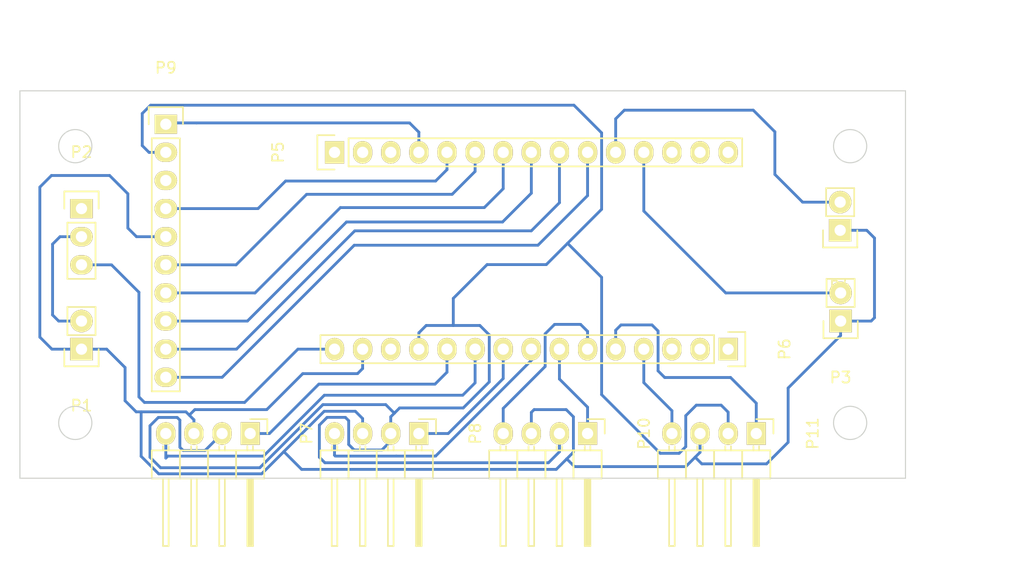
<source format=kicad_pcb>
(kicad_pcb (version 20221018) (generator pcbnew)
  (layers (0 "F.Cu" signal) (1 "In1.Cu" jumper "Arduino_CU") (2 "In2.Cu" signal "no") (31 "B.Cu" signal) (34 "B.Paste" user) (35 "F.Paste" user) (36 "B.SilkS" user "B.Silkscreen") (37 "F.SilkS" user "F.Silkscreen") (38 "B.Mask" user) (39 "F.Mask" user) (44 "Edge.Cuts" user))
  (net 0 "")
  (net 1 "GND")
  (net 2 "/BATT_9V")
  (net 3 "Net-(P2-Pad1)")
  (net 4 "/VIN")
  (net 5 "/BT1")
  (net 6 "/BT0")
  (net 7 "/TX")
  (net 8 "/RX")
  (net 9 "/RESET")
  (net 10 "/RS")
  (net 11 "/ENABLE")
  (net 12 "/D4")
  (net 13 "/D5")
  (net 14 "/D6")
  (net 15 "/D7")
  (net 16 "Net-(P5-Pad13)")
  (net 17 "Net-(P5-Pad14)")
  (net 18 "Net-(P5-Pad15)")
  (net 19 "Net-(P6-Pad1)")
  (net 20 "/3V3")
  (net 21 "/AREF")
  (net 22 "/SDA0")
  (net 23 "/SCL0")
  (net 24 "/SDA1")
  (net 25 "/SCL1")
  (net 26 "/SDA2")
  (net 27 "/SCL2")
  (net 28 "/SDA3")
  (net 29 "/SCL3")
  (net 30 "/VCC")
  (net 31 "/Vo")
  (footprint "Pin_Headers:Pin_Header_Straight_1x02" (layer "F.Cu") (at 35.56 53.34 180)
    (fp_text reference "P1" (at 0 -5.1 180) (layer "F.SilkS"))
    (fp_text value "CONN_01X02")
    (fp_line (start -1.55 -1.55) (end 1.55 -1.55) (stroke (width 0.15)) (layer "F.SilkS"))
    (fp_line (start -1.55 0) (end -1.55 -1.55) (stroke (width 0.15)) (layer "F.SilkS"))
    (fp_line (start -1.27 1.27) (end -1.27 3.81) (stroke (width 0.15)) (layer "F.SilkS"))
    (fp_line (start -1.27 3.81) (end 1.27 3.81) (stroke (width 0.15)) (layer "F.SilkS"))
    (fp_line (start 1.27 1.27) (end -1.27 1.27) (stroke (width 0.15)) (layer "F.SilkS"))
    (fp_line (start 1.27 1.27) (end 1.27 3.81) (stroke (width 0.15)) (layer "F.SilkS"))
    (fp_line (start 1.55 -1.55) (end 1.55 0) (stroke (width 0.15)) (layer "F.SilkS"))
    (pad "1" thru_hole rect (at 0 0 180) (size 2.032 2.032) (drill 1.016) (layers "*.Cu" "*.Mask" "F.SilkS") (net 1 "GND"))
    (pad "2" thru_hole oval (at 0 2.54 180) (size 2.032 2.032) (drill 1.016) (layers "*.Cu" "*.Mask" "F.SilkS") (net 2 "/BATT_9V"))
  )
  (footprint "Pin_Headers:Pin_Header_Straight_1x03" (layer "F.Cu") (at 35.56 40.64)
    (fp_text reference "P2" (at 0 -5.1) (layer "F.SilkS"))
    (fp_text value "CONN_01X03")
    (fp_line (start -1.55 -1.55) (end 1.55 -1.55) (stroke (width 0.15)) (layer "F.SilkS"))
    (fp_line (start -1.55 0) (end -1.55 -1.55) (stroke (width 0.15)) (layer "F.SilkS"))
    (fp_line (start -1.27 1.27) (end -1.27 6.35) (stroke (width 0.15)) (layer "F.SilkS"))
    (fp_line (start -1.27 6.35) (end 1.27 6.35) (stroke (width 0.15)) (layer "F.SilkS"))
    (fp_line (start 1.27 1.27) (end -1.27 1.27) (stroke (width 0.15)) (layer "F.SilkS"))
    (fp_line (start 1.27 6.35) (end 1.27 1.27) (stroke (width 0.15)) (layer "F.SilkS"))
    (fp_line (start 1.55 -1.55) (end 1.55 0) (stroke (width 0.15)) (layer "F.SilkS"))
    (pad "1" thru_hole rect (at 0 0) (size 2.032 1.7272) (drill 1.016) (layers "*.Cu" "*.Mask" "F.SilkS") (net 3 "Net-(P2-Pad1)"))
    (pad "2" thru_hole oval (at 0 2.54) (size 2.032 1.7272) (drill 1.016) (layers "*.Cu" "*.Mask" "F.SilkS") (net 2 "/BATT_9V"))
    (pad "3" thru_hole oval (at 0 5.08) (size 2.032 1.7272) (drill 1.016) (layers "*.Cu" "*.Mask" "F.SilkS") (net 4 "/VIN"))
  )
  (footprint "Pin_Headers:Pin_Header_Straight_1x02" (layer "F.Cu") (at 104.14 50.8 180)
    (fp_text reference "P3" (at 0 -5.1 180) (layer "F.SilkS"))
    (fp_text value "CONN_01X02")
    (fp_line (start -1.55 -1.55) (end 1.55 -1.55) (stroke (width 0.15)) (layer "F.SilkS"))
    (fp_line (start -1.55 0) (end -1.55 -1.55) (stroke (width 0.15)) (layer "F.SilkS"))
    (fp_line (start -1.27 1.27) (end -1.27 3.81) (stroke (width 0.15)) (layer "F.SilkS"))
    (fp_line (start -1.27 3.81) (end 1.27 3.81) (stroke (width 0.15)) (layer "F.SilkS"))
    (fp_line (start 1.27 1.27) (end -1.27 1.27) (stroke (width 0.15)) (layer "F.SilkS"))
    (fp_line (start 1.27 1.27) (end 1.27 3.81) (stroke (width 0.15)) (layer "F.SilkS"))
    (fp_line (start 1.55 -1.55) (end 1.55 0) (stroke (width 0.15)) (layer "F.SilkS"))
    (pad "1" thru_hole rect (at 0 0 180) (size 2.032 2.032) (drill 1.016) (layers "*.Cu" "*.Mask" "F.SilkS") (net 1 "GND"))
    (pad "2" thru_hole oval (at 0 2.54 180) (size 2.032 2.032) (drill 1.016) (layers "*.Cu" "*.Mask" "F.SilkS") (net 5 "/BT1"))
  )
  (footprint "Pin_Headers:Pin_Header_Straight_1x02" (layer "F.Cu") (at 104.1 42.6 180)
    (fp_text reference "P4" (at 0 -5.1 180) (layer "F.SilkS"))
    (fp_text value "CONN_01X02")
    (fp_line (start -1.55 -1.55) (end 1.55 -1.55) (stroke (width 0.15)) (layer "F.SilkS"))
    (fp_line (start -1.55 0) (end -1.55 -1.55) (stroke (width 0.15)) (layer "F.SilkS"))
    (fp_line (start -1.27 1.27) (end -1.27 3.81) (stroke (width 0.15)) (layer "F.SilkS"))
    (fp_line (start -1.27 3.81) (end 1.27 3.81) (stroke (width 0.15)) (layer "F.SilkS"))
    (fp_line (start 1.27 1.27) (end -1.27 1.27) (stroke (width 0.15)) (layer "F.SilkS"))
    (fp_line (start 1.27 1.27) (end 1.27 3.81) (stroke (width 0.15)) (layer "F.SilkS"))
    (fp_line (start 1.55 -1.55) (end 1.55 0) (stroke (width 0.15)) (layer "F.SilkS"))
    (pad "1" thru_hole rect (at 0 0 180) (size 2.032 2.032) (drill 1.016) (layers "*.Cu" "*.Mask" "F.SilkS") (net 1 "GND"))
    (pad "2" thru_hole oval (at 0 2.54 180) (size 2.032 2.032) (drill 1.016) (layers "*.Cu" "*.Mask" "F.SilkS") (net 6 "/BT0"))
  )
  (footprint "Pin_Headers:Pin_Header_Straight_1x15" (layer "F.Cu") (at 58.42 35.56 90)
    (fp_text reference "P5" (at 0 -5.1 90) (layer "F.SilkS"))
    (fp_text value "CONN_01X15")
    (fp_line (start -1.55 -1.55) (end 1.55 -1.55) (stroke (width 0.15)) (layer "F.SilkS"))
    (fp_line (start -1.55 0) (end -1.55 -1.55) (stroke (width 0.15)) (layer "F.SilkS"))
    (fp_line (start -1.27 1.27) (end -1.27 36.83) (stroke (width 0.15)) (layer "F.SilkS"))
    (fp_line (start -1.27 36.83) (end 1.27 36.83) (stroke (width 0.15)) (layer "F.SilkS"))
    (fp_line (start 1.27 1.27) (end -1.27 1.27) (stroke (width 0.15)) (layer "F.SilkS"))
    (fp_line (start 1.27 36.83) (end 1.27 1.27) (stroke (width 0.15)) (layer "F.SilkS"))
    (fp_line (start 1.55 -1.55) (end 1.55 0) (stroke (width 0.15)) (layer "F.SilkS"))
    (pad "1" thru_hole rect (at 0 0 90) (size 2.032 1.7272) (drill 1.016) (layers "*.Cu" "*.Mask" "F.SilkS") (net 7 "/TX"))
    (pad "2" thru_hole oval (at 0 2.54 90) (size 2.032 1.7272) (drill 1.016) (layers "*.Cu" "*.Mask" "F.SilkS") (net 8 "/RX"))
    (pad "3" thru_hole oval (at 0 5.08 90) (size 2.032 1.7272) (drill 1.016) (layers "*.Cu" "*.Mask" "F.SilkS") (net 9 "/RESET"))
    (pad "4" thru_hole oval (at 0 7.62 90) (size 2.032 1.7272) (drill 1.016) (layers "*.Cu" "*.Mask" "F.SilkS") (net 1 "GND"))
    (pad "5" thru_hole oval (at 0 10.16 90) (size 2.032 1.7272) (drill 1.016) (layers "*.Cu" "*.Mask" "F.SilkS") (net 10 "/RS"))
    (pad "6" thru_hole oval (at 0 12.7 90) (size 2.032 1.7272) (drill 1.016) (layers "*.Cu" "*.Mask" "F.SilkS") (net 11 "/ENABLE"))
    (pad "7" thru_hole oval (at 0 15.24 90) (size 2.032 1.7272) (drill 1.016) (layers "*.Cu" "*.Mask" "F.SilkS") (net 12 "/D4"))
    (pad "8" thru_hole oval (at 0 17.78 90) (size 2.032 1.7272) (drill 1.016) (layers "*.Cu" "*.Mask" "F.SilkS") (net 13 "/D5"))
    (pad "9" thru_hole oval (at 0 20.32 90) (size 2.032 1.7272) (drill 1.016) (layers "*.Cu" "*.Mask" "F.SilkS") (net 14 "/D6"))
    (pad "10" thru_hole oval (at 0 22.86 90) (size 2.032 1.7272) (drill 1.016) (layers "*.Cu" "*.Mask" "F.SilkS") (net 15 "/D7"))
    (pad "11" thru_hole oval (at 0 25.4 90) (size 2.032 1.7272) (drill 1.016) (layers "*.Cu" "*.Mask" "F.SilkS") (net 6 "/BT0"))
    (pad "12" thru_hole oval (at 0 27.94 90) (size 2.032 1.7272) (drill 1.016) (layers "*.Cu" "*.Mask" "F.SilkS") (net 5 "/BT1"))
    (pad "13" thru_hole oval (at 0 30.48 90) (size 2.032 1.7272) (drill 1.016) (layers "*.Cu" "*.Mask" "F.SilkS") (net 16 "Net-(P5-Pad13)"))
    (pad "14" thru_hole oval (at 0 33.02 90) (size 2.032 1.7272) (drill 1.016) (layers "*.Cu" "*.Mask" "F.SilkS") (net 17 "Net-(P5-Pad14)"))
    (pad "15" thru_hole oval (at 0 35.56 90) (size 2.032 1.7272) (drill 1.016) (layers "*.Cu" "*.Mask" "F.SilkS") (net 18 "Net-(P5-Pad15)"))
  )
  (footprint "Pin_Headers:Pin_Header_Straight_1x15" (layer "F.Cu") (at 93.98 53.34 -90)
    (fp_text reference "P6" (at 0 -5.1 270) (layer "F.SilkS"))
    (fp_text value "CONN_01X15")
    (fp_line (start -1.55 -1.55) (end 1.55 -1.55) (stroke (width 0.15)) (layer "F.SilkS"))
    (fp_line (start -1.55 0) (end -1.55 -1.55) (stroke (width 0.15)) (layer "F.SilkS"))
    (fp_line (start -1.27 1.27) (end -1.27 36.83) (stroke (width 0.15)) (layer "F.SilkS"))
    (fp_line (start -1.27 36.83) (end 1.27 36.83) (stroke (width 0.15)) (layer "F.SilkS"))
    (fp_line (start 1.27 1.27) (end -1.27 1.27) (stroke (width 0.15)) (layer "F.SilkS"))
    (fp_line (start 1.27 36.83) (end 1.27 1.27) (stroke (width 0.15)) (layer "F.SilkS"))
    (fp_line (start 1.55 -1.55) (end 1.55 0) (stroke (width 0.15)) (layer "F.SilkS"))
    (pad "1" thru_hole rect (at 0 0 270) (size 2.032 1.7272) (drill 1.016) (layers "*.Cu" "*.Mask" "F.SilkS") (net 19 "Net-(P6-Pad1)"))
    (pad "2" thru_hole oval (at 0 2.54 270) (size 2.032 1.7272) (drill 1.016) (layers "*.Cu" "*.Mask" "F.SilkS") (net 20 "/3V3"))
    (pad "3" thru_hole oval (at 0 5.08 270) (size 2.032 1.7272) (drill 1.016) (layers "*.Cu" "*.Mask" "F.SilkS") (net 21 "/AREF"))
    (pad "4" thru_hole oval (at 0 7.62 270) (size 2.032 1.7272) (drill 1.016) (layers "*.Cu" "*.Mask" "F.SilkS") (net 22 "/SDA0"))
    (pad "5" thru_hole oval (at 0 10.16 270) (size 2.032 1.7272) (drill 1.016) (layers "*.Cu" "*.Mask" "F.SilkS") (net 23 "/SCL0"))
    (pad "6" thru_hole oval (at 0 12.7 270) (size 2.032 1.7272) (drill 1.016) (layers "*.Cu" "*.Mask" "F.SilkS") (net 24 "/SDA1"))
    (pad "7" thru_hole oval (at 0 15.24 270) (size 2.032 1.7272) (drill 1.016) (layers "*.Cu" "*.Mask" "F.SilkS") (net 25 "/SCL1"))
    (pad "8" thru_hole oval (at 0 17.78 270) (size 2.032 1.7272) (drill 1.016) (layers "*.Cu" "*.Mask" "F.SilkS") (net 26 "/SDA2"))
    (pad "9" thru_hole oval (at 0 20.32 270) (size 2.032 1.7272) (drill 1.016) (layers "*.Cu" "*.Mask" "F.SilkS") (net 27 "/SCL2"))
    (pad "10" thru_hole oval (at 0 22.86 270) (size 2.032 1.7272) (drill 1.016) (layers "*.Cu" "*.Mask" "F.SilkS") (net 28 "/SDA3"))
    (pad "11" thru_hole oval (at 0 25.4 270) (size 2.032 1.7272) (drill 1.016) (layers "*.Cu" "*.Mask" "F.SilkS") (net 29 "/SCL3"))
    (pad "12" thru_hole oval (at 0 27.94 270) (size 2.032 1.7272) (drill 1.016) (layers "*.Cu" "*.Mask" "F.SilkS") (net 30 "/VCC"))
    (pad "13" thru_hole oval (at 0 30.48 270) (size 2.032 1.7272) (drill 1.016) (layers "*.Cu" "*.Mask" "F.SilkS") (net 9 "/RESET"))
    (pad "14" thru_hole oval (at 0 33.02 270) (size 2.032 1.7272) (drill 1.016) (layers "*.Cu" "*.Mask" "F.SilkS") (net 1 "GND"))
    (pad "15" thru_hole oval (at 0 35.56 270) (size 2.032 1.7272) (drill 1.016) (layers "*.Cu" "*.Mask" "F.SilkS") (net 4 "/VIN"))
  )
  (footprint "Pin_Headers:Pin_Header_Angled_1x04" (layer "F.Cu") (at 50.8 60.96 -90)
    (fp_text reference "P7" (at 0 -5.1 270) (layer "F.SilkS"))
    (fp_text value "CONN_01X04")
    (fp_line (start -1.3 -1.55) (end -1.3 0) (stroke (width 0.15)) (layer "F.SilkS"))
    (fp_line (start 0 -1.55) (end -1.3 -1.55) (stroke (width 0.15)) (layer "F.SilkS"))
    (fp_line (start 1.524 -1.27) (end 1.524 1.27) (stroke (width 0.15)) (layer "F.SilkS"))
    (fp_line (start 1.524 -1.27) (end 4.064 -1.27) (stroke (width 0.15)) (layer "F.SilkS"))
    (fp_line (start 1.524 -0.254) (end 1.143 -0.254) (stroke (width 0.15)) (layer "F.SilkS"))
    (fp_line (start 1.524 0.254) (end 1.143 0.254) (stroke (width 0.15)) (layer "F.SilkS"))
    (fp_line (start 1.524 1.27) (end 1.524 3.81) (stroke (width 0.15)) (layer "F.SilkS"))
    (fp_line (start 1.524 1.27) (end 4.064 1.27) (stroke (width 0.15)) (layer "F.SilkS"))
    (fp_line (start 1.524 1.27) (end 4.064 1.27) (stroke (width 0.15)) (layer "F.SilkS"))
    (fp_line (start 1.524 2.286) (end 1.143 2.286) (stroke (width 0.15)) (layer "F.SilkS"))
    (fp_line (start 1.524 2.794) (end 1.143 2.794) (stroke (width 0.15)) (layer "F.SilkS"))
    (fp_line (start 1.524 3.81) (end 1.524 6.35) (stroke (width 0.15)) (layer "F.SilkS"))
    (fp_line (start 1.524 3.81) (end 4.064 3.81) (stroke (width 0.15)) (layer "F.SilkS"))
    (fp_line (start 1.524 3.81) (end 4.064 3.81) (stroke (width 0.15)) (layer "F.SilkS"))
    (fp_line (start 1.524 4.826) (end 1.143 4.826) (stroke (width 0.15)) (layer "F.SilkS"))
    (fp_line (start 1.524 5.334) (end 1.143 5.334) (stroke (width 0.15)) (layer "F.SilkS"))
    (fp_line (start 1.524 6.35) (end 1.524 8.89) (stroke (width 0.15)) (layer "F.SilkS"))
    (fp_line (start 1.524 6.35) (end 4.064 6.35) (stroke (width 0.15)) (layer "F.SilkS"))
    (fp_line (start 1.524 6.35) (end 4.064 6.35) (stroke (width 0.15)) (layer "F.SilkS"))
    (fp_line (start 1.524 7.366) (end 1.143 7.366) (stroke (width 0.15)) (layer "F.SilkS"))
    (fp_line (start 1.524 7.874) (end 1.143 7.874) (stroke (width 0.15)) (layer "F.SilkS"))
    (fp_line (start 1.524 8.89) (end 4.064 8.89) (stroke (width 0.15)) (layer "F.SilkS"))
    (fp_line (start 4.064 -0.254) (end 10.16 -0.254) (stroke (width 0.15)) (layer "F.SilkS"))
    (fp_line (start 4.064 1.27) (end 4.064 -1.27) (stroke (width 0.15)) (layer "F.SilkS"))
    (fp_line (start 4.064 2.286) (end 10.16 2.286) (stroke (width 0.15)) (layer "F.SilkS"))
    (fp_line (start 4.064 3.81) (end 4.064 1.27) (stroke (width 0.15)) (layer "F.SilkS"))
    (fp_line (start 4.064 4.826) (end 10.16 4.826) (stroke (width 0.15)) (layer "F.SilkS"))
    (fp_line (start 4.064 6.35) (end 4.064 3.81) (stroke (width 0.15)) (layer "F.SilkS"))
    (fp_line (start 4.064 7.366) (end 10.16 7.366) (stroke (width 0.15)) (layer "F.SilkS"))
    (fp_line (start 4.064 8.89) (end 4.064 6.35) (stroke (width 0.15)) (layer "F.SilkS"))
    (fp_line (start 4.191 -0.127) (end 10.033 -0.127) (stroke (width 0.15)) (layer "F.SilkS"))
    (fp_line (start 4.191 0) (end 10.033 0) (stroke (width 0.15)) (layer "F.SilkS"))
    (fp_line (start 4.191 0.127) (end 4.191 0) (stroke (width 0.15)) (layer "F.SilkS"))
    (fp_line (start 10.033 -0.127) (end 10.033 0.127) (stroke (width 0.15)) (layer "F.SilkS"))
    (fp_line (start 10.033 0.127) (end 4.191 0.127) (stroke (width 0.15)) (layer "F.SilkS"))
    (fp_line (start 10.16 -0.254) (end 10.16 0.254) (stroke (width 0.15)) (layer "F.SilkS"))
    (fp_line (start 10.16 0.254) (end 4.064 0.254) (stroke (width 0.15)) (layer "F.SilkS"))
    (fp_line (start 10.16 2.286) (end 10.16 2.794) (stroke (width 0.15)) (layer "F.SilkS"))
    (fp_line (start 10.16 2.794) (end 4.064 2.794) (stroke (width 0.15)) (layer "F.SilkS"))
    (fp_line (start 10.16 4.826) (end 10.16 5.334) (stroke (width 0.15)) (layer "F.SilkS"))
    (fp_line (start 10.16 5.334) (end 4.064 5.334) (stroke (width 0.15)) (layer "F.SilkS"))
    (fp_line (start 10.16 7.366) (end 10.16 7.874) (stroke (width 0.15)) (layer "F.SilkS"))
    (fp_line (start 10.16 7.874) (end 4.064 7.874) (stroke (width 0.15)) (layer "F.SilkS"))
    (pad "1" thru_hole rect (at 0 0 270) (size 2.032 1.7272) (drill 1.016) (layers "*.Cu" "*.Mask" "F.SilkS") (net 29 "/SCL3"))
    (pad "2" thru_hole oval (at 0 2.54 270) (size 2.032 1.7272) (drill 1.016) (layers "*.Cu" "*.Mask" "F.SilkS") (net 30 "/VCC"))
    (pad "3" thru_hole oval (at 0 5.08 270) (size 2.032 1.7272) (drill 1.016) (layers "*.Cu" "*.Mask" "F.SilkS") (net 1 "GND"))
    (pad "4" thru_hole oval (at 0 7.62 270) (size 2.032 1.7272) (drill 1.016) (layers "*.Cu" "*.Mask" "F.SilkS") (net 28 "/SDA3"))
  )
  (footprint "Pin_Headers:Pin_Header_Angled_1x04" (layer "F.Cu") (at 66.04 60.96 -90)
    (fp_text reference "P8" (at 0 -5.1 270) (layer "F.SilkS"))
    (fp_text value "CONN_01X04")
    (fp_line (start -1.3 -1.55) (end -1.3 0) (stroke (width 0.15)) (layer "F.SilkS"))
    (fp_line (start 0 -1.55) (end -1.3 -1.55) (stroke (width 0.15)) (layer "F.SilkS"))
    (fp_line (start 1.524 -1.27) (end 1.524 1.27) (stroke (width 0.15)) (layer "F.SilkS"))
    (fp_line (start 1.524 -1.27) (end 4.064 -1.27) (stroke (width 0.15)) (layer "F.SilkS"))
    (fp_line (start 1.524 -0.254) (end 1.143 -0.254) (stroke (width 0.15)) (layer "F.SilkS"))
    (fp_line (start 1.524 0.254) (end 1.143 0.254) (stroke (width 0.15)) (layer "F.SilkS"))
    (fp_line (start 1.524 1.27) (end 1.524 3.81) (stroke (width 0.15)) (layer "F.SilkS"))
    (fp_line (start 1.524 1.27) (end 4.064 1.27) (stroke (width 0.15)) (layer "F.SilkS"))
    (fp_line (start 1.524 1.27) (end 4.064 1.27) (stroke (width 0.15)) (layer "F.SilkS"))
    (fp_line (start 1.524 2.286) (end 1.143 2.286) (stroke (width 0.15)) (layer "F.SilkS"))
    (fp_line (start 1.524 2.794) (end 1.143 2.794) (stroke (width 0.15)) (layer "F.SilkS"))
    (fp_line (start 1.524 3.81) (end 1.524 6.35) (stroke (width 0.15)) (layer "F.SilkS"))
    (fp_line (start 1.524 3.81) (end 4.064 3.81) (stroke (width 0.15)) (layer "F.SilkS"))
    (fp_line (start 1.524 3.81) (end 4.064 3.81) (stroke (width 0.15)) (layer "F.SilkS"))
    (fp_line (start 1.524 4.826) (end 1.143 4.826) (stroke (width 0.15)) (layer "F.SilkS"))
    (fp_line (start 1.524 5.334) (end 1.143 5.334) (stroke (width 0.15)) (layer "F.SilkS"))
    (fp_line (start 1.524 6.35) (end 1.524 8.89) (stroke (width 0.15)) (layer "F.SilkS"))
    (fp_line (start 1.524 6.35) (end 4.064 6.35) (stroke (width 0.15)) (layer "F.SilkS"))
    (fp_line (start 1.524 6.35) (end 4.064 6.35) (stroke (width 0.15)) (layer "F.SilkS"))
    (fp_line (start 1.524 7.366) (end 1.143 7.366) (stroke (width 0.15)) (layer "F.SilkS"))
    (fp_line (start 1.524 7.874) (end 1.143 7.874) (stroke (width 0.15)) (layer "F.SilkS"))
    (fp_line (start 1.524 8.89) (end 4.064 8.89) (stroke (width 0.15)) (layer "F.SilkS"))
    (fp_line (start 4.064 -0.254) (end 10.16 -0.254) (stroke (width 0.15)) (layer "F.SilkS"))
    (fp_line (start 4.064 1.27) (end 4.064 -1.27) (stroke (width 0.15)) (layer "F.SilkS"))
    (fp_line (start 4.064 2.286) (end 10.16 2.286) (stroke (width 0.15)) (layer "F.SilkS"))
    (fp_line (start 4.064 3.81) (end 4.064 1.27) (stroke (width 0.15)) (layer "F.SilkS"))
    (fp_line (start 4.064 4.826) (end 10.16 4.826) (stroke (width 0.15)) (layer "F.SilkS"))
    (fp_line (start 4.064 6.35) (end 4.064 3.81) (stroke (width 0.15)) (layer "F.SilkS"))
    (fp_line (start 4.064 7.366) (end 10.16 7.366) (stroke (width 0.15)) (layer "F.SilkS"))
    (fp_line (start 4.064 8.89) (end 4.064 6.35) (stroke (width 0.15)) (layer "F.SilkS"))
    (fp_line (start 4.191 -0.127) (end 10.033 -0.127) (stroke (width 0.15)) (layer "F.SilkS"))
    (fp_line (start 4.191 0) (end 10.033 0) (stroke (width 0.15)) (layer "F.SilkS"))
    (fp_line (start 4.191 0.127) (end 4.191 0) (stroke (width 0.15)) (layer "F.SilkS"))
    (fp_line (start 10.033 -0.127) (end 10.033 0.127) (stroke (width 0.15)) (layer "F.SilkS"))
    (fp_line (start 10.033 0.127) (end 4.191 0.127) (stroke (width 0.15)) (layer "F.SilkS"))
    (fp_line (start 10.16 -0.254) (end 10.16 0.254) (stroke (width 0.15)) (layer "F.SilkS"))
    (fp_line (start 10.16 0.254) (end 4.064 0.254) (stroke (width 0.15)) (layer "F.SilkS"))
    (fp_line (start 10.16 2.286) (end 10.16 2.794) (stroke (width 0.15)) (layer "F.SilkS"))
    (fp_line (start 10.16 2.794) (end 4.064 2.794) (stroke (width 0.15)) (layer "F.SilkS"))
    (fp_line (start 10.16 4.826) (end 10.16 5.334) (stroke (width 0.15)) (layer "F.SilkS"))
    (fp_line (start 10.16 5.334) (end 4.064 5.334) (stroke (width 0.15)) (layer "F.SilkS"))
    (fp_line (start 10.16 7.366) (end 10.16 7.874) (stroke (width 0.15)) (layer "F.SilkS"))
    (fp_line (start 10.16 7.874) (end 4.064 7.874) (stroke (width 0.15)) (layer "F.SilkS"))
    (pad "1" thru_hole rect (at 0 0 270) (size 2.032 1.7272) (drill 1.016) (layers "*.Cu" "*.Mask" "F.SilkS") (net 27 "/SCL2"))
    (pad "2" thru_hole oval (at 0 2.54 270) (size 2.032 1.7272) (drill 1.016) (layers "*.Cu" "*.Mask" "F.SilkS") (net 30 "/VCC"))
    (pad "3" thru_hole oval (at 0 5.08 270) (size 2.032 1.7272) (drill 1.016) (layers "*.Cu" "*.Mask" "F.SilkS") (net 1 "GND"))
    (pad "4" thru_hole oval (at 0 7.62 270) (size 2.032 1.7272) (drill 1.016) (layers "*.Cu" "*.Mask" "F.SilkS") (net 26 "/SDA2"))
  )
  (footprint "Pin_Headers:Pin_Header_Straight_1x10" (layer "F.Cu") (at 43.18 33.02)
    (fp_text reference "P9" (at 0 -5.1) (layer "F.SilkS"))
    (fp_text value "CONN_01X10")
    (fp_line (start -1.55 -1.55) (end 1.55 -1.55) (stroke (width 0.15)) (layer "F.SilkS"))
    (fp_line (start -1.55 0) (end -1.55 -1.55) (stroke (width 0.15)) (layer "F.SilkS"))
    (fp_line (start -1.27 24.13) (end -1.27 1.27) (stroke (width 0.15)) (layer "F.SilkS"))
    (fp_line (start 1.27 1.27) (end -1.27 1.27) (stroke (width 0.15)) (layer "F.SilkS"))
    (fp_line (start 1.27 1.27) (end 1.27 24.13) (stroke (width 0.15)) (layer "F.SilkS"))
    (fp_line (start 1.27 24.13) (end -1.27 24.13) (stroke (width 0.15)) (layer "F.SilkS"))
    (fp_line (start 1.55 -1.55) (end 1.55 0) (stroke (width 0.15)) (layer "F.SilkS"))
    (pad "1" thru_hole rect (at 0 0) (size 2.032 1.7272) (drill 1.016) (layers "*.Cu" "*.Mask" "F.SilkS") (net 1 "GND"))
    (pad "2" thru_hole oval (at 0 2.54) (size 2.032 1.7272) (drill 1.016) (layers "*.Cu" "*.Mask" "F.SilkS") (net 30 "/VCC"))
    (pad "3" thru_hole oval (at 0 5.08) (size 2.032 1.7272) (drill 1.016) (layers "*.Cu" "*.Mask" "F.SilkS") (net 31 "/Vo"))
    (pad "4" thru_hole oval (at 0 7.62) (size 2.032 1.7272) (drill 1.016) (layers "*.Cu" "*.Mask" "F.SilkS") (net 10 "/RS"))
    (pad "5" thru_hole oval (at 0 10.16) (size 2.032 1.7272) (drill 1.016) (layers "*.Cu" "*.Mask" "F.SilkS") (net 1 "GND"))
    (pad "6" thru_hole oval (at 0 12.7) (size 2.032 1.7272) (drill 1.016) (layers "*.Cu" "*.Mask" "F.SilkS") (net 11 "/ENABLE"))
    (pad "7" thru_hole oval (at 0 15.24) (size 2.032 1.7272) (drill 1.016) (layers "*.Cu" "*.Mask" "F.SilkS") (net 12 "/D4"))
    (pad "8" thru_hole oval (at 0 17.78) (size 2.032 1.7272) (drill 1.016) (layers "*.Cu" "*.Mask" "F.SilkS") (net 13 "/D5"))
    (pad "9" thru_hole oval (at 0 20.32) (size 2.032 1.7272) (drill 1.016) (layers "*.Cu" "*.Mask" "F.SilkS") (net 14 "/D6"))
    (pad "10" thru_hole oval (at 0 22.86) (size 2.032 1.7272) (drill 1.016) (layers "*.Cu" "*.Mask" "F.SilkS") (net 15 "/D7"))
  )
  (footprint "Pin_Headers:Pin_Header_Angled_1x04" (layer "F.Cu") (at 81.28 60.96 -90)
    (fp_text reference "P10" (at 0 -5.1 270) (layer "F.SilkS"))
    (fp_text value "CONN_01X04")
    (fp_line (start -1.3 -1.55) (end -1.3 0) (stroke (width 0.15)) (layer "F.SilkS"))
    (fp_line (start 0 -1.55) (end -1.3 -1.55) (stroke (width 0.15)) (layer "F.SilkS"))
    (fp_line (start 1.524 -1.27) (end 1.524 1.27) (stroke (width 0.15)) (layer "F.SilkS"))
    (fp_line (start 1.524 -1.27) (end 4.064 -1.27) (stroke (width 0.15)) (layer "F.SilkS"))
    (fp_line (start 1.524 -0.254) (end 1.143 -0.254) (stroke (width 0.15)) (layer "F.SilkS"))
    (fp_line (start 1.524 0.254) (end 1.143 0.254) (stroke (width 0.15)) (layer "F.SilkS"))
    (fp_line (start 1.524 1.27) (end 1.524 3.81) (stroke (width 0.15)) (layer "F.SilkS"))
    (fp_line (start 1.524 1.27) (end 4.064 1.27) (stroke (width 0.15)) (layer "F.SilkS"))
    (fp_line (start 1.524 1.27) (end 4.064 1.27) (stroke (width 0.15)) (layer "F.SilkS"))
    (fp_line (start 1.524 2.286) (end 1.143 2.286) (stroke (width 0.15)) (layer "F.SilkS"))
    (fp_line (start 1.524 2.794) (end 1.143 2.794) (stroke (width 0.15)) (layer "F.SilkS"))
    (fp_line (start 1.524 3.81) (end 1.524 6.35) (stroke (width 0.15)) (layer "F.SilkS"))
    (fp_line (start 1.524 3.81) (end 4.064 3.81) (stroke (width 0.15)) (layer "F.SilkS"))
    (fp_line (start 1.524 3.81) (end 4.064 3.81) (stroke (width 0.15)) (layer "F.SilkS"))
    (fp_line (start 1.524 4.826) (end 1.143 4.826) (stroke (width 0.15)) (layer "F.SilkS"))
    (fp_line (start 1.524 5.334) (end 1.143 5.334) (stroke (width 0.15)) (layer "F.SilkS"))
    (fp_line (start 1.524 6.35) (end 1.524 8.89) (stroke (width 0.15)) (layer "F.SilkS"))
    (fp_line (start 1.524 6.35) (end 4.064 6.35) (stroke (width 0.15)) (layer "F.SilkS"))
    (fp_line (start 1.524 6.35) (end 4.064 6.35) (stroke (width 0.15)) (layer "F.SilkS"))
    (fp_line (start 1.524 7.366) (end 1.143 7.366) (stroke (width 0.15)) (layer "F.SilkS"))
    (fp_line (start 1.524 7.874) (end 1.143 7.874) (stroke (width 0.15)) (layer "F.SilkS"))
    (fp_line (start 1.524 8.89) (end 4.064 8.89) (stroke (width 0.15)) (layer "F.SilkS"))
    (fp_line (start 4.064 -0.254) (end 10.16 -0.254) (stroke (width 0.15)) (layer "F.SilkS"))
    (fp_line (start 4.064 1.27) (end 4.064 -1.27) (stroke (width 0.15)) (layer "F.SilkS"))
    (fp_line (start 4.064 2.286) (end 10.16 2.286) (stroke (width 0.15)) (layer "F.SilkS"))
    (fp_line (start 4.064 3.81) (end 4.064 1.27) (stroke (width 0.15)) (layer "F.SilkS"))
    (fp_line (start 4.064 4.826) (end 10.16 4.826) (stroke (width 0.15)) (layer "F.SilkS"))
    (fp_line (start 4.064 6.35) (end 4.064 3.81) (stroke (width 0.15)) (layer "F.SilkS"))
    (fp_line (start 4.064 7.366) (end 10.16 7.366) (stroke (width 0.15)) (layer "F.SilkS"))
    (fp_line (start 4.064 8.89) (end 4.064 6.35) (stroke (width 0.15)) (layer "F.SilkS"))
    (fp_line (start 4.191 -0.127) (end 10.033 -0.127) (stroke (width 0.15)) (layer "F.SilkS"))
    (fp_line (start 4.191 0) (end 10.033 0) (stroke (width 0.15)) (layer "F.SilkS"))
    (fp_line (start 4.191 0.127) (end 4.191 0) (stroke (width 0.15)) (layer "F.SilkS"))
    (fp_line (start 10.033 -0.127) (end 10.033 0.127) (stroke (width 0.15)) (layer "F.SilkS"))
    (fp_line (start 10.033 0.127) (end 4.191 0.127) (stroke (width 0.15)) (layer "F.SilkS"))
    (fp_line (start 10.16 -0.254) (end 10.16 0.254) (stroke (width 0.15)) (layer "F.SilkS"))
    (fp_line (start 10.16 0.254) (end 4.064 0.254) (stroke (width 0.15)) (layer "F.SilkS"))
    (fp_line (start 10.16 2.286) (end 10.16 2.794) (stroke (width 0.15)) (layer "F.SilkS"))
    (fp_line (start 10.16 2.794) (end 4.064 2.794) (stroke (width 0.15)) (layer "F.SilkS"))
    (fp_line (start 10.16 4.826) (end 10.16 5.334) (stroke (width 0.15)) (layer "F.SilkS"))
    (fp_line (start 10.16 5.334) (end 4.064 5.334) (stroke (width 0.15)) (layer "F.SilkS"))
    (fp_line (start 10.16 7.366) (end 10.16 7.874) (stroke (width 0.15)) (layer "F.SilkS"))
    (fp_line (start 10.16 7.874) (end 4.064 7.874) (stroke (width 0.15)) (layer "F.SilkS"))
    (pad "1" thru_hole rect (at 0 0 270) (size 2.032 1.7272) (drill 1.016) (layers "*.Cu" "*.Mask" "F.SilkS") (net 25 "/SCL1"))
    (pad "2" thru_hole oval (at 0 2.54 270) (size 2.032 1.7272) (drill 1.016) (layers "*.Cu" "*.Mask" "F.SilkS") (net 30 "/VCC"))
    (pad "3" thru_hole oval (at 0 5.08 270) (size 2.032 1.7272) (drill 1.016) (layers "*.Cu" "*.Mask" "F.SilkS") (net 1 "GND"))
    (pad "4" thru_hole oval (at 0 7.62 270) (size 2.032 1.7272) (drill 1.016) (layers "*.Cu" "*.Mask" "F.SilkS") (net 24 "/SDA1"))
  )
  (footprint "Pin_Headers:Pin_Header_Angled_1x04" (layer "F.Cu") (at 96.52 60.96 -90)
    (fp_text reference "P11" (at 0 -5.1 270) (layer "F.SilkS"))
    (fp_text value "CONN_01X04")
    (fp_line (start -1.3 -1.55) (end -1.3 0) (stroke (width 0.15)) (layer "F.SilkS"))
    (fp_line (start 0 -1.55) (end -1.3 -1.55) (stroke (width 0.15)) (layer "F.SilkS"))
    (fp_line (start 1.524 -1.27) (end 1.524 1.27) (stroke (width 0.15)) (layer "F.SilkS"))
    (fp_line (start 1.524 -1.27) (end 4.064 -1.27) (stroke (width 0.15)) (layer "F.SilkS"))
    (fp_line (start 1.524 -0.254) (end 1.143 -0.254) (stroke (width 0.15)) (layer "F.SilkS"))
    (fp_line (start 1.524 0.254) (end 1.143 0.254) (stroke (width 0.15)) (layer "F.SilkS"))
    (fp_line (start 1.524 1.27) (end 1.524 3.81) (stroke (width 0.15)) (layer "F.SilkS"))
    (fp_line (start 1.524 1.27) (end 4.064 1.27) (stroke (width 0.15)) (layer "F.SilkS"))
    (fp_line (start 1.524 1.27) (end 4.064 1.27) (stroke (width 0.15)) (layer "F.SilkS"))
    (fp_line (start 1.524 2.286) (end 1.143 2.286) (stroke (width 0.15)) (layer "F.SilkS"))
    (fp_line (start 1.524 2.794) (end 1.143 2.794) (stroke (width 0.15)) (layer "F.SilkS"))
    (fp_line (start 1.524 3.81) (end 1.524 6.35) (stroke (width 0.15)) (layer "F.SilkS"))
    (fp_line (start 1.524 3.81) (end 4.064 3.81) (stroke (width 0.15)) (layer "F.SilkS"))
    (fp_line (start 1.524 3.81) (end 4.064 3.81) (stroke (width 0.15)) (layer "F.SilkS"))
    (fp_line (start 1.524 4.826) (end 1.143 4.826) (stroke (width 0.15)) (layer "F.SilkS"))
    (fp_line (start 1.524 5.334) (end 1.143 5.334) (stroke (width 0.15)) (layer "F.SilkS"))
    (fp_line (start 1.524 6.35) (end 1.524 8.89) (stroke (width 0.15)) (layer "F.SilkS"))
    (fp_line (start 1.524 6.35) (end 4.064 6.35) (stroke (width 0.15)) (layer "F.SilkS"))
    (fp_line (start 1.524 6.35) (end 4.064 6.35) (stroke (width 0.15)) (layer "F.SilkS"))
    (fp_line (start 1.524 7.366) (end 1.143 7.366) (stroke (width 0.15)) (layer "F.SilkS"))
    (fp_line (start 1.524 7.874) (end 1.143 7.874) (stroke (width 0.15)) (layer "F.SilkS"))
    (fp_line (start 1.524 8.89) (end 4.064 8.89) (stroke (width 0.15)) (layer "F.SilkS"))
    (fp_line (start 4.064 -0.254) (end 10.16 -0.254) (stroke (width 0.15)) (layer "F.SilkS"))
    (fp_line (start 4.064 1.27) (end 4.064 -1.27) (stroke (width 0.15)) (layer "F.SilkS"))
    (fp_line (start 4.064 2.286) (end 10.16 2.286) (stroke (width 0.15)) (layer "F.SilkS"))
    (fp_line (start 4.064 3.81) (end 4.064 1.27) (stroke (width 0.15)) (layer "F.SilkS"))
    (fp_line (start 4.064 4.826) (end 10.16 4.826) (stroke (width 0.15)) (layer "F.SilkS"))
    (fp_line (start 4.064 6.35) (end 4.064 3.81) (stroke (width 0.15)) (layer "F.SilkS"))
    (fp_line (start 4.064 7.366) (end 10.16 7.366) (stroke (width 0.15)) (layer "F.SilkS"))
    (fp_line (start 4.064 8.89) (end 4.064 6.35) (stroke (width 0.15)) (layer "F.SilkS"))
    (fp_line (start 4.191 -0.127) (end 10.033 -0.127) (stroke (width 0.15)) (layer "F.SilkS"))
    (fp_line (start 4.191 0) (end 10.033 0) (stroke (width 0.15)) (layer "F.SilkS"))
    (fp_line (start 4.191 0.127) (end 4.191 0) (stroke (width 0.15)) (layer "F.SilkS"))
    (fp_line (start 10.033 -0.127) (end 10.033 0.127) (stroke (width 0.15)) (layer "F.SilkS"))
    (fp_line (start 10.033 0.127) (end 4.191 0.127) (stroke (width 0.15)) (layer "F.SilkS"))
    (fp_line (start 10.16 -0.254) (end 10.16 0.254) (stroke (width 0.15)) (layer "F.SilkS"))
    (fp_line (start 10.16 0.254) (end 4.064 0.254) (stroke (width 0.15)) (layer "F.SilkS"))
    (fp_line (start 10.16 2.286) (end 10.16 2.794) (stroke (width 0.15)) (layer "F.SilkS"))
    (fp_line (start 10.16 2.794) (end 4.064 2.794) (stroke (width 0.15)) (layer "F.SilkS"))
    (fp_line (start 10.16 4.826) (end 10.16 5.334) (stroke (width 0.15)) (layer "F.SilkS"))
    (fp_line (start 10.16 5.334) (end 4.064 5.334) (stroke (width 0.15)) (layer "F.SilkS"))
    (fp_line (start 10.16 7.366) (end 10.16 7.874) (stroke (width 0.15)) (layer "F.SilkS"))
    (fp_line (start 10.16 7.874) (end 4.064 7.874) (stroke (width 0.15)) (layer "F.SilkS"))
    (pad "1" thru_hole rect (at 0 0 270) (size 2.032 1.7272) (drill 1.016) (layers "*.Cu" "*.Mask" "F.SilkS") (net 23 "/SCL0"))
    (pad "2" thru_hole oval (at 0 2.54 270) (size 2.032 1.7272) (drill 1.016) (layers "*.Cu" "*.Mask" "F.SilkS") (net 30 "/VCC"))
    (pad "3" thru_hole oval (at 0 5.08 270) (size 2.032 1.7272) (drill 1.016) (layers "*.Cu" "*.Mask" "F.SilkS") (net 1 "GND"))
    (pad "4" thru_hole oval (at 0 7.62 270) (size 2.032 1.7272) (drill 1.016) (layers "*.Cu" "*.Mask" "F.SilkS") (net 22 "/SDA0"))
  )
  (gr_circle (center 35 35) (end 33.5 35) (stroke (width 0.1)) (fill none) (layer "Edge.Cuts"))
  (gr_line (start 110 65) (end 30 65) (stroke (width 0.1)) (layer "Edge.Cuts"))
  (gr_line (start 110 30) (end 110 65) (stroke (width 0.1)) (layer "Edge.Cuts"))
  (gr_line (start 30 65) (end 30 30) (stroke (width 0.1)) (layer "Edge.Cuts"))
  (gr_circle (center 105 60) (end 106.5 60) (stroke (width 0.1)) (fill none) (layer "Edge.Cuts"))
  (gr_line (start 30 30) (end 110 30) (stroke (width 0.1)) (layer "Edge.Cuts"))
  (gr_circle (center 105 35) (end 106.5 35) (stroke (width 0.1)) (fill none) (layer "Edge.Cuts"))
  (gr_circle (center 35 60) (end 33.5 60) (stroke (width 0.1)) (fill none) (layer "Edge.Cuts"))
  (segment (start 37.84 53.34) (end 39.5 55) (width 0.254) (layer "B.Cu") (net 1))
  (segment (start 39.5 55) (end 39.5 58) (width 0.254) (layer "B.Cu") (net 1))
  (segment (start 39.5 58) (end 40.5 59) (width 0.254) (layer "B.Cu") (net 1))
  (segment (start 40.5 59) (end 40.95 59) (width 0.254) (layer "B.Cu") (net 1))
  (segment (start 45 59) (end 45.3 59.3) (width 0.254) (layer "B.Cu") (net 1))
  (segment (start 45.72 59.72) (end 45.72 60.96) (width 0.254) (layer "B.Cu") (net 1))
  (segment (start 60.96 59.61) (end 60.3 58.95) (width 0.254) (layer "B.Cu") (net 1))
  (segment (start 60.3 58.95) (end 57.486848 58.95) (width 0.254) (layer "B.Cu") (net 1))
  (segment (start 57.486848 58.95) (end 53.843424 62.593424) (width 0.254) (layer "B.Cu") (net 1))
  (segment (start 51.836848 64.6) (end 42.531576 64.6) (width 0.254) (layer "B.Cu") (net 1))
  (segment (start 42.531576 64.6) (end 40.95 63.018424) (width 0.254) (layer "B.Cu") (net 1))
  (segment (start 40.95 63.018424) (end 40.95 59) (width 0.254) (layer "B.Cu") (net 1))
  (segment (start 40.95 59) (end 45 59) (width 0.254) (layer "B.Cu") (net 1))
  (segment (start 66.04 33.74) (end 65.2 32.9) (width 0.254) (layer "B.Cu") (net 1))
  (segment (start 65.2 32.9) (end 45.95 32.9) (width 0.254) (layer "B.Cu") (net 1))
  (segment (start 43.3 32.9) (end 43.18 33.02) (width 0.254) (layer "B.Cu") (net 1))
  (segment (start 32.89 53.34) (end 31.8 52.25) (width 0.254) (layer "B.Cu") (net 1))
  (segment (start 31.8 52.25) (end 31.8 38.7) (width 0.254) (layer "B.Cu") (net 1))
  (segment (start 31.8 38.7) (end 32.85 37.65) (width 0.254) (layer "B.Cu") (net 1))
  (segment (start 32.85 37.65) (end 38.1 37.65) (width 0.254) (layer "B.Cu") (net 1))
  (segment (start 38.1 37.65) (end 38.95 38.5) (width 0.254) (layer "B.Cu") (net 1))
  (segment (start 39.75 39.3) (end 39.75 42.4) (width 0.254) (layer "B.Cu") (net 1))
  (segment (start 39.75 42.4) (end 40.53 43.18) (width 0.254) (layer "B.Cu") (net 1))
  (segment (start 40.53 43.18) (end 43.18 43.18) (width 0.254) (layer "B.Cu") (net 1))
  (segment (start 60.96 55.09) (end 60.5 55.55) (width 0.254) (layer "B.Cu") (net 1))
  (segment (start 60.5 55.55) (end 55.55 55.55) (width 0.254) (layer "B.Cu") (net 1))
  (segment (start 55.55 55.55) (end 52.3 58.8) (width 0.254) (layer "B.Cu") (net 1))
  (segment (start 52.3 58.8) (end 45.8 58.8) (width 0.254) (layer "B.Cu") (net 1))
  (segment (start 45.8 58.8) (end 45.3 59.3) (width 0.254) (layer "B.Cu") (net 1))
  (segment (start 45.3 59.3) (end 45.72 59.72) (width 0.254) (layer "B.Cu") (net 1))
  (segment (start 76.2 59.05) (end 76.45 58.8) (width 0.254) (layer "B.Cu") (net 1))
  (segment (start 76.45 58.8) (end 79.35 58.8) (width 0.254) (layer "B.Cu") (net 1))
  (segment (start 79.35 58.8) (end 80 59.45) (width 0.254) (layer "B.Cu") (net 1))
  (segment (start 80 59.45) (end 80 62.65) (width 0.254) (layer "B.Cu") (net 1))
  (segment (start 80 62.65) (end 79.4 63.25) (width 0.254) (layer "B.Cu") (net 1))
  (segment (start 78.45 64.2) (end 55.45 64.2) (width 0.254) (layer "B.Cu") (net 1))
  (segment (start 55.45 64.2) (end 53.843424 62.593424) (width 0.254) (layer "B.Cu") (net 1))
  (segment (start 53.843424 62.593424) (end 51.836848 64.6) (width 0.254) (layer "B.Cu") (net 1))
  (segment (start 91.44 62.66) (end 91 63.1) (width 0.254) (layer "B.Cu") (net 1))
  (segment (start 90.15 63.95) (end 80.1 63.95) (width 0.254) (layer "B.Cu") (net 1))
  (segment (start 80.1 63.95) (end 79.4 63.25) (width 0.254) (layer "B.Cu") (net 1))
  (segment (start 79.4 63.25) (end 78.45 64.2) (width 0.254) (layer "B.Cu") (net 1))
  (segment (start 104.14 52.11) (end 99.4 56.85) (width 0.254) (layer "B.Cu") (net 1))
  (segment (start 99.4 56.85) (end 99.4 61.75) (width 0.254) (layer "B.Cu") (net 1))
  (segment (start 99.4 61.75) (end 97.45 63.7) (width 0.254) (layer "B.Cu") (net 1))
  (segment (start 97.45 63.7) (end 91.6 63.7) (width 0.254) (layer "B.Cu") (net 1))
  (segment (start 91.6 63.7) (end 91 63.1) (width 0.254) (layer "B.Cu") (net 1))
  (segment (start 91 63.1) (end 90.15 63.95) (width 0.254) (layer "B.Cu") (net 1))
  (segment (start 106.9 50.8) (end 107.2 50.5) (width 0.254) (layer "B.Cu") (net 1))
  (segment (start 107.2 50.5) (end 107.2 43.3) (width 0.254) (layer "B.Cu") (net 1))
  (segment (start 107.2 43.3) (end 106.5 42.6) (width 0.254) (layer "B.Cu") (net 1))
  (segment (start 106.5 42.6) (end 104.1 42.6) (width 0.254) (layer "B.Cu") (net 1))
  (segment (start 45.95 32.9) (end 43.3 32.9) (width 0.254) (layer "B.Cu") (net 1))
  (segment (start 38.95 38.5) (end 39.75 39.3) (width 0.254) (layer "B.Cu") (net 1))
  (segment (start 104.14 50.8) (end 106.9 50.8) (width 0.254) (layer "B.Cu") (net 1))
  (segment (start 60.96 60.96) (end 60.96 59.61) (width 0.254) (layer "B.Cu") (net 1))
  (segment (start 104.14 50.8) (end 104.14 52.11) (width 0.254) (layer "B.Cu") (net 1))
  (segment (start 60.96 53.34) (end 60.96 55.09) (width 0.254) (layer "B.Cu") (net 1))
  (segment (start 76.2 60.96) (end 76.2 59.05) (width 0.254) (layer "B.Cu") (net 1))
  (segment (start 91.44 60.96) (end 91.44 62.66) (width 0.254) (layer "B.Cu") (net 1))
  (segment (start 66.04 35.56) (end 66.04 33.74) (width 0.254) (layer "B.Cu") (net 1))
  (segment (start 35.56 53.34) (end 32.89 53.34) (width 0.254) (layer "B.Cu") (net 1))
  (segment (start 35.56 53.34) (end 37.84 53.34) (width 0.254) (layer "B.Cu") (net 1))
  (segment (start 33.5 50.8) (end 32.95 50.25) (width 0.254) (layer "B.Cu") (net 2))
  (segment (start 32.95 50.25) (end 32.95 43.85) (width 0.254) (layer "B.Cu") (net 2))
  (segment (start 32.95 43.85) (end 33.62 43.18) (width 0.254) (layer "B.Cu") (net 2))
  (segment (start 33.62 43.18) (end 35.56 43.18) (width 0.254) (layer "B.Cu") (net 2))
  (segment (start 35.56 50.8) (end 33.5 50.8) (width 0.254) (layer "B.Cu") (net 2))
  (segment (start 38.27 45.72) (end 40.75 48.2) (width 0.254) (layer "B.Cu") (net 4))
  (segment (start 40.75 48.2) (end 40.75 57.65) (width 0.254) (layer "B.Cu") (net 4))
  (segment (start 40.75 57.65) (end 41.25 58.15) (width 0.254) (layer "B.Cu") (net 4))
  (segment (start 41.25 58.15) (end 50.3 58.15) (width 0.254) (layer "B.Cu") (net 4))
  (segment (start 50.3 58.15) (end 55.11 53.34) (width 0.254) (layer "B.Cu") (net 4))
  (segment (start 55.11 53.34) (end 58.42 53.34) (width 0.254) (layer "B.Cu") (net 4))
  (segment (start 35.56 45.72) (end 38.27 45.72) (width 0.254) (layer "B.Cu") (net 4))
  (segment (start 93.76 48.26) (end 86.36 40.86) (width 0.254) (layer "B.Cu") (net 5))
  (segment (start 86.36 40.86) (end 86.36 35.56) (width 0.254) (layer "B.Cu") (net 5))
  (segment (start 104.14 48.26) (end 93.76 48.26) (width 0.254) (layer "B.Cu") (net 5))
  (segment (start 100.71 40.06) (end 98.2 37.55) (width 0.254) (layer "B.Cu") (net 6))
  (segment (start 98.2 37.55) (end 98.2 33.7) (width 0.254) (layer "B.Cu") (net 6))
  (segment (start 98.2 33.7) (end 96.25 31.75) (width 0.254) (layer "B.Cu") (net 6))
  (segment (start 96.25 31.75) (end 84.6 31.75) (width 0.254) (layer "B.Cu") (net 6))
  (segment (start 84.6 31.75) (end 83.82 32.53) (width 0.254) (layer "B.Cu") (net 6))
  (segment (start 83.82 32.53) (end 83.82 35.56) (width 0.254) (layer "B.Cu") (net 6))
  (segment (start 104.1 40.06) (end 100.71 40.06) (width 0.254) (layer "B.Cu") (net 6))
  (segment (start 51.51 40.64) (end 54 38.15) (width 0.254) (layer "B.Cu") (net 10))
  (segment (start 54 38.15) (end 67.55 38.15) (width 0.254) (layer "B.Cu") (net 10))
  (segment (start 67.55 38.15) (end 68.58 37.12) (width 0.254) (layer "B.Cu") (net 10))
  (segment (start 68.58 37.12) (end 68.58 35.56) (width 0.254) (layer "B.Cu") (net 10))
  (segment (start 43.18 40.64) (end 51.51 40.64) (width 0.254) (layer "B.Cu") (net 10))
  (segment (start 71.12 37.28) (end 69.05 39.35) (width 0.254) (layer "B.Cu") (net 11))
  (segment (start 69.05 39.35) (end 55.9 39.35) (width 0.254) (layer "B.Cu") (net 11))
  (segment (start 55.9 39.35) (end 49.53 45.72) (width 0.254) (layer "B.Cu") (net 11))
  (segment (start 49.53 45.72) (end 43.18 45.72) (width 0.254) (layer "B.Cu") (net 11))
  (segment (start 71.12 35.56) (end 71.12 37.28) (width 0.254) (layer "B.Cu") (net 11))
  (segment (start 73.66 38.84) (end 71.95 40.55) (width 0.254) (layer "B.Cu") (net 12))
  (segment (start 71.95 40.55) (end 58.95 40.55) (width 0.254) (layer "B.Cu") (net 12))
  (segment (start 58.95 40.55) (end 51.24 48.26) (width 0.254) (layer "B.Cu") (net 12))
  (segment (start 51.24 48.26) (end 43.18 48.26) (width 0.254) (layer "B.Cu") (net 12))
  (segment (start 73.66 35.56) (end 73.66 38.84) (width 0.254) (layer "B.Cu") (net 12))
  (segment (start 50.55 50.8) (end 59.5 41.85) (width 0.254) (layer "B.Cu") (net 13))
  (segment (start 59.5 41.85) (end 73.6 41.85) (width 0.254) (layer "B.Cu") (net 13))
  (segment (start 73.6 41.85) (end 76.2 39.25) (width 0.254) (layer "B.Cu") (net 13))
  (segment (start 76.2 39.25) (end 76.2 35.56) (width 0.254) (layer "B.Cu") (net 13))
  (segment (start 43.18 50.8) (end 50.55 50.8) (width 0.254) (layer "B.Cu") (net 13))
  (segment (start 78.74 40.11) (end 76.2 42.65) (width 0.254) (layer "B.Cu") (net 14))
  (segment (start 76.2 42.65) (end 60.25 42.65) (width 0.254) (layer "B.Cu") (net 14))
  (segment (start 60.25 42.65) (end 49.56 53.34) (width 0.254) (layer "B.Cu") (net 14))
  (segment (start 49.56 53.34) (end 43.18 53.34) (width 0.254) (layer "B.Cu") (net 14))
  (segment (start 78.74 35.56) (end 78.74 40.11) (width 0.254) (layer "B.Cu") (net 14))
  (segment (start 48.27 55.88) (end 60.2 43.95) (width 0.254) (layer "B.Cu") (net 15))
  (segment (start 60.2 43.95) (end 76.8 43.95) (width 0.254) (layer "B.Cu") (net 15))
  (segment (start 76.8 43.95) (end 81.28 39.47) (width 0.254) (layer "B.Cu") (net 15))
  (segment (start 81.28 39.47) (end 81.28 35.56) (width 0.254) (layer "B.Cu") (net 15))
  (segment (start 43.18 55.88) (end 48.27 55.88) (width 0.254) (layer "B.Cu") (net 15))
  (segment (start 88.9 58.9) (end 86.36 56.36) (width 0.254) (layer "B.Cu") (net 22))
  (segment (start 86.36 56.36) (end 86.36 53.34) (width 0.254) (layer "B.Cu") (net 22))
  (segment (start 88.9 60.96) (end 88.9 58.9) (width 0.254) (layer "B.Cu") (net 22))
  (segment (start 96.52 58.22) (end 94.2 55.9) (width 0.254) (layer "B.Cu") (net 23))
  (segment (start 94.2 55.9) (end 88.25 55.9) (width 0.254) (layer "B.Cu") (net 23))
  (segment (start 88.25 55.9) (end 87.65 55.3) (width 0.254) (layer "B.Cu") (net 23))
  (segment (start 87.65 55.3) (end 87.65 51.7) (width 0.254) (layer "B.Cu") (net 23))
  (segment (start 87.65 51.7) (end 87.1 51.15) (width 0.254) (layer "B.Cu") (net 23))
  (segment (start 87.1 51.15) (end 84.3 51.15) (width 0.254) (layer "B.Cu") (net 23))
  (segment (start 84.3 51.15) (end 83.82 51.63) (width 0.254) (layer "B.Cu") (net 23))
  (segment (start 83.82 51.63) (end 83.82 53.34) (width 0.254) (layer "B.Cu") (net 23))
  (segment (start 96.52 60.96) (end 96.52 58.22) (width 0.254) (layer "B.Cu") (net 23))
  (segment (start 73.66 58.69) (end 77.45 54.9) (width 0.254) (layer "B.Cu") (net 24))
  (segment (start 77.45 54.9) (end 77.45 51.95) (width 0.254) (layer "B.Cu") (net 24))
  (segment (start 77.45 51.95) (end 78.3 51.1) (width 0.254) (layer "B.Cu") (net 24))
  (segment (start 78.3 51.1) (end 80.65 51.1) (width 0.254) (layer "B.Cu") (net 24))
  (segment (start 80.65 51.1) (end 81.28 51.73) (width 0.254) (layer "B.Cu") (net 24))
  (segment (start 81.28 51.73) (end 81.28 53.34) (width 0.254) (layer "B.Cu") (net 24))
  (segment (start 73.66 60.96) (end 73.66 58.69) (width 0.254) (layer "B.Cu") (net 24))
  (segment (start 81.28 58.58) (end 78.74 56.04) (width 0.254) (layer "B.Cu") (net 25))
  (segment (start 78.74 56.04) (end 78.74 53.34) (width 0.254) (layer "B.Cu") (net 25))
  (segment (start 81.28 60.96) (end 81.28 58.58) (width 0.254) (layer "B.Cu") (net 25))
  (segment (start 58.42 62.92) (end 58.5 63) (width 0.254) (layer "B.Cu") (net 26))
  (segment (start 58.5 63) (end 64 63) (width 0.254) (layer "B.Cu") (net 26))
  (segment (start 67.55 63) (end 76.2 54.35) (width 0.254) (layer "B.Cu") (net 26))
  (segment (start 76.2 54.35) (end 76.2 53.34) (width 0.254) (layer "B.Cu") (net 26))
  (segment (start 58.42 60.96) (end 58.42 62.92) (width 0.254) (layer "B.Cu") (net 26))
  (segment (start 64 63) (end 67.55 63) (width 0.254) (layer "B.Cu") (net 26))
  (segment (start 73.66 55.99) (end 68.69 60.96) (width 0.254) (layer "B.Cu") (net 27))
  (segment (start 68.69 60.96) (end 66.04 60.96) (width 0.254) (layer "B.Cu") (net 27))
  (segment (start 73.66 53.34) (end 73.66 55.99) (width 0.254) (layer "B.Cu") (net 27))
  (segment (start 43.18 63.18) (end 43.36 63) (width 0.254) (layer "B.Cu") (net 28))
  (segment (start 43.36 63) (end 52 63) (width 0.254) (layer "B.Cu") (net 28))
  (segment (start 52 63) (end 57.5 57.5) (width 0.254) (layer "B.Cu") (net 28))
  (segment (start 57.5 57.5) (end 70 57.5) (width 0.254) (layer "B.Cu") (net 28))
  (segment (start 70 57.5) (end 71.12 56.38) (width 0.254) (layer "B.Cu") (net 28))
  (segment (start 71.12 56.38) (end 71.12 53.34) (width 0.254) (layer "B.Cu") (net 28))
  (segment (start 43.18 60.96) (end 43.18 63.18) (width 0.254) (layer "B.Cu") (net 28))
  (segment (start 52.54 60.96) (end 57 56.5) (width 0.254) (layer "B.Cu") (net 29))
  (segment (start 57 56.5) (end 67.5 56.5) (width 0.254) (layer "B.Cu") (net 29))
  (segment (start 67.5 56.5) (end 68.58 55.42) (width 0.254) (layer "B.Cu") (net 29))
  (segment (start 68.58 55.42) (end 68.58 53.34) (width 0.254) (layer "B.Cu") (net 29))
  (segment (start 50.8 60.96) (end 52.54 60.96) (width 0.254) (layer "B.Cu") (net 29))
  (segment (start 66.04 51.86) (end 66.7 51.2) (width 0.254) (layer "B.Cu") (net 30))
  (segment (start 66.7 51.2) (end 69.15 51.2) (width 0.254) (layer "B.Cu") (net 30))
  (segment (start 71.55 51.2) (end 72.4 52.05) (width 0.254) (layer "B.Cu") (net 30))
  (segment (start 72.4 52.05) (end 72.4 56.3) (width 0.254) (layer "B.Cu") (net 30))
  (segment (start 72.4 56.3) (end 70.05 58.65) (width 0.254) (layer "B.Cu") (net 30))
  (segment (start 70.05 58.65) (end 64.3 58.65) (width 0.254) (layer "B.Cu") (net 30))
  (segment (start 64.3 58.65) (end 63.825 59.125) (width 0.254) (layer "B.Cu") (net 30))
  (segment (start 63.5 59.45) (end 63.5 60.96) (width 0.254) (layer "B.Cu") (net 30))
  (segment (start 63.825 59.125) (end 63.5 59.45) (width 0.254) (layer "B.Cu") (net 30))
  (segment (start 63.05 58.35) (end 57.368424 58.35) (width 0.254) (layer "B.Cu") (net 30))
  (segment (start 57.368424 58.35) (end 51.668424 64.05) (width 0.254) (layer "B.Cu") (net 30))
  (segment (start 51.668424 64.05) (end 42.7 64.05) (width 0.254) (layer "B.Cu") (net 30))
  (segment (start 42.7 64.05) (end 41.75 63.1) (width 0.254) (layer "B.Cu") (net 30))
  (segment (start 41.75 63.1) (end 41.75 60.258002) (width 0.254) (layer "B.Cu") (net 30))
  (segment (start 41.75 60.258002) (end 42.5 59.508002) (width 0.254) (layer "B.Cu") (net 30))
  (segment (start 42.5 59.508002) (end 44.208002 59.508002) (width 0.254) (layer "B.Cu") (net 30))
  (segment (start 44.208002 59.508002) (end 44.45 59.75) (width 0.254) (layer "B.Cu") (net 30))
  (segment (start 44.45 59.75) (end 44.45 62.2) (width 0.254) (layer "B.Cu") (net 30))
  (segment (start 44.45 62.2) (end 44.741998 62.491998) (width 0.254) (layer "B.Cu") (net 30))
  (segment (start 44.741998 62.491998) (end 46.728002 62.491998) (width 0.254) (layer "B.Cu") (net 30))
  (segment (start 46.728002 62.491998) (end 48.26 60.96) (width 0.254) (layer "B.Cu") (net 30))
  (segment (start 69.15 51.2) (end 71.55 51.2) (width 0.254) (layer "B.Cu") (net 30))
  (segment (start 69.15 48.75) (end 72.2 45.7) (width 0.254) (layer "B.Cu") (net 30))
  (segment (start 72.2 45.7) (end 77.55 45.7) (width 0.254) (layer "B.Cu") (net 30))
  (segment (start 77.55 45.7) (end 79.475 43.775) (width 0.254) (layer "B.Cu") (net 30))
  (segment (start 82.55 40.7) (end 82.55 33.8) (width 0.254) (layer "B.Cu") (net 30))
  (segment (start 82.55 33.8) (end 80.05 31.3) (width 0.254) (layer "B.Cu") (net 30))
  (segment (start 80.05 31.3) (end 41.8 31.3) (width 0.254) (layer "B.Cu") (net 30))
  (segment (start 41.8 31.3) (end 41.05 32.05) (width 0.254) (layer "B.Cu") (net 30))
  (segment (start 41.05 32.05) (end 41.05 34.95) (width 0.254) (layer "B.Cu") (net 30))
  (segment (start 41.05 34.95) (end 41.66 35.56) (width 0.254) (layer "B.Cu") (net 30))
  (segment (start 41.66 35.56) (end 43.18 35.56) (width 0.254) (layer "B.Cu") (net 30))
  (segment (start 63.5 61.641998) (end 62.691998 62.45) (width 0.254) (layer "B.Cu") (net 30))
  (segment (start 62.691998 62.45) (end 60.2 62.45) (width 0.254) (layer "B.Cu") (net 30))
  (segment (start 60.2 62.45) (end 59.7 61.95) (width 0.254) (layer "B.Cu") (net 30))
  (segment (start 59.7 61.95) (end 59.7 59.8) (width 0.254) (layer "B.Cu") (net 30))
  (segment (start 59.7 59.8) (end 59.4 59.5) (width 0.254) (layer "B.Cu") (net 30))
  (segment (start 59.4 59.5) (end 57.75 59.5) (width 0.254) (layer "B.Cu") (net 30))
  (segment (start 57.75 59.5) (end 57.05 60.2) (width 0.254) (layer "B.Cu") (net 30))
  (segment (start 57.05 60.2) (end 57.05 63.1) (width 0.254) (layer "B.Cu") (net 30))
  (segment (start 57.05 63.1) (end 57.55 63.6) (width 0.254) (layer "B.Cu") (net 30))
  (segment (start 57.55 63.6) (end 77.75 63.6) (width 0.254) (layer "B.Cu") (net 30))
  (segment (start 77.75 63.6) (end 78.74 62.61) (width 0.254) (layer "B.Cu") (net 30))
  (segment (start 78.74 62.61) (end 78.74 60.96) (width 0.254) (layer "B.Cu") (net 30))
  (segment (start 93.98 59.03) (end 93.35 58.4) (width 0.254) (layer "B.Cu") (net 30))
  (segment (start 93.35 58.4) (end 91.1 58.4) (width 0.254) (layer "B.Cu") (net 30))
  (segment (start 91.1 58.4) (end 90.15 59.35) (width 0.254) (layer "B.Cu") (net 30))
  (segment (start 90.15 59.35) (end 90.15 62.15) (width 0.254) (layer "B.Cu") (net 30))
  (segment (start 90.15 62.15) (end 89.55 62.75) (width 0.254) (layer "B.Cu") (net 30))
  (segment (start 89.55 62.75) (end 87.85 62.75) (width 0.254) (layer "B.Cu") (net 30))
  (segment (start 87.85 62.75) (end 82.55 57.45) (width 0.254) (layer "B.Cu") (net 30))
  (segment (start 82.55 57.45) (end 82.55 46.85) (width 0.254) (layer "B.Cu") (net 30))
  (segment (start 82.55 46.85) (end 79.475 43.775) (width 0.254) (layer "B.Cu") (net 30))
  (segment (start 79.475 43.775) (end 82.55 40.7) (width 0.254) (layer "B.Cu") (net 30))
  (segment (start 63.825 59.125) (end 63.05 58.35) (width 0.254) (layer "B.Cu") (net 30))
  (segment (start 66.04 53.34) (end 66.04 51.86) (width 0.254) (layer "B.Cu") (net 30))
  (segment (start 69.15 51.2) (end 69.15 48.75) (width 0.254) (layer "B.Cu") (net 30))
  (segment (start 93.98 60.96) (end 93.98 59.03) (width 0.254) (layer "B.Cu") (net 30))
  (segment (start 63.5 60.96) (end 63.5 61.641998) (width 0.254) (layer "B.Cu") (net 30))
)
</source>
